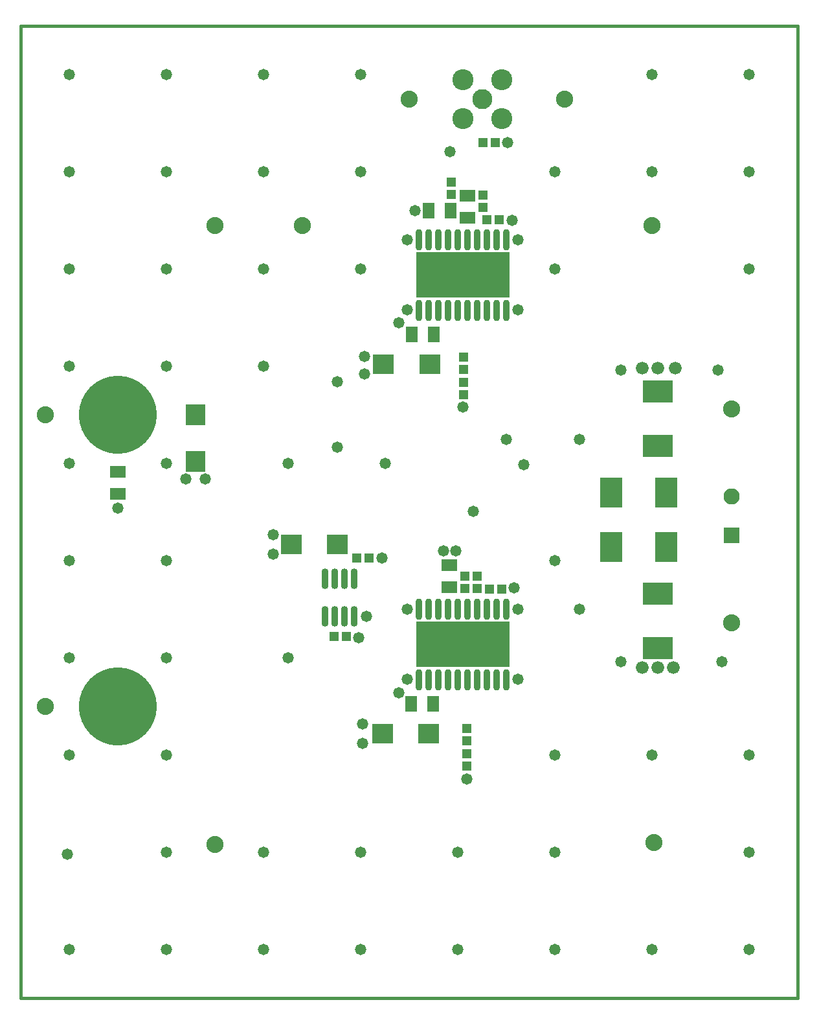
<source format=gts>
%FSLAX24Y24*%
%MOIN*%
G70*
G01*
G75*
G04 Layer_Color=8388736*
%ADD10R,0.0374X0.0394*%
%ADD11R,0.0512X0.0728*%
%ADD12R,0.0394X0.0374*%
%ADD13R,0.0728X0.0512*%
%ADD14R,0.1004X0.0965*%
%ADD15O,0.0276X0.1024*%
%ADD16R,0.4760X0.2250*%
%ADD17R,0.0965X0.1004*%
%ADD18R,0.1100X0.1500*%
%ADD19R,0.1500X0.1100*%
%ADD20O,0.0276X0.0984*%
%ADD21C,0.0250*%
%ADD22C,0.0500*%
%ADD23C,0.1000*%
%ADD24C,0.2000*%
%ADD25C,0.1500*%
%ADD26C,0.0800*%
%ADD27C,0.3937*%
%ADD28C,0.0748*%
%ADD29R,0.0750X0.0750*%
%ADD30C,0.1000*%
%ADD31C,0.0950*%
%ADD32C,0.0500*%
%ADD33C,0.0400*%
%ADD34C,0.0250*%
%ADD35C,0.0580*%
%ADD36C,0.0070*%
%ADD37C,0.0098*%
%ADD38C,0.0236*%
%ADD39C,0.0098*%
%ADD40C,0.0150*%
%ADD41C,0.0079*%
%ADD42C,0.0100*%
%ADD43C,0.0200*%
%ADD44R,0.0200X0.2470*%
%ADD45R,0.2470X0.0200*%
%ADD46R,0.0454X0.0474*%
%ADD47R,0.0592X0.0808*%
%ADD48R,0.0474X0.0454*%
%ADD49R,0.0808X0.0592*%
%ADD50R,0.1084X0.1045*%
%ADD51O,0.0356X0.1104*%
%ADD52R,0.4840X0.2330*%
%ADD53R,0.1045X0.1084*%
%ADD54R,0.1180X0.1580*%
%ADD55R,0.1580X0.1180*%
%ADD56O,0.0356X0.1064*%
%ADD57C,0.0880*%
%ADD58C,0.4017*%
%ADD59C,0.0828*%
%ADD60R,0.0830X0.0830*%
%ADD61C,0.1080*%
%ADD62C,0.1030*%
%ADD63C,0.0480*%
%ADD64C,0.0330*%
%ADD65C,0.0660*%
D35*
X25400Y21100D02*
D03*
X20300Y40500D02*
D03*
X25600Y16400D02*
D03*
Y20000D02*
D03*
X19900D02*
D03*
X22950Y11265D02*
D03*
X17600Y13100D02*
D03*
Y14100D02*
D03*
X17400Y18550D02*
D03*
X17800Y19650D02*
D03*
X19900Y16400D02*
D03*
X18600Y22650D02*
D03*
X22750Y30415D02*
D03*
X25600Y35400D02*
D03*
X25300Y40000D02*
D03*
X25600Y39000D02*
D03*
X17700Y32100D02*
D03*
Y33000D02*
D03*
X19900Y35400D02*
D03*
Y39000D02*
D03*
X9500Y26700D02*
D03*
X8500D02*
D03*
X13000Y22850D02*
D03*
Y23850D02*
D03*
X5000Y25200D02*
D03*
X37500Y42500D02*
D03*
Y37500D02*
D03*
X35900Y32300D02*
D03*
X36100Y17300D02*
D03*
X37500Y12500D02*
D03*
Y7500D02*
D03*
Y2500D02*
D03*
X32500Y42500D02*
D03*
X30900Y32300D02*
D03*
Y17300D02*
D03*
X32500Y12500D02*
D03*
Y2500D02*
D03*
X27500Y42500D02*
D03*
Y37500D02*
D03*
Y22500D02*
D03*
Y12500D02*
D03*
Y7500D02*
D03*
Y2500D02*
D03*
X22100Y43550D02*
D03*
X22500Y7500D02*
D03*
Y2500D02*
D03*
X17500Y42500D02*
D03*
Y37500D02*
D03*
Y7500D02*
D03*
Y2500D02*
D03*
X12500Y42500D02*
D03*
Y37500D02*
D03*
Y7500D02*
D03*
Y2500D02*
D03*
X7500Y42500D02*
D03*
Y37500D02*
D03*
Y32500D02*
D03*
Y27500D02*
D03*
Y22500D02*
D03*
Y17500D02*
D03*
Y12500D02*
D03*
Y7500D02*
D03*
Y2500D02*
D03*
X2500D02*
D03*
Y12500D02*
D03*
X2400Y7400D02*
D03*
X2500Y17500D02*
D03*
Y22500D02*
D03*
Y27500D02*
D03*
Y32500D02*
D03*
Y37500D02*
D03*
Y42500D02*
D03*
X37500Y47500D02*
D03*
X32500D02*
D03*
X17500D02*
D03*
X12500D02*
D03*
X7500D02*
D03*
X2500D02*
D03*
X18750Y27500D02*
D03*
X13750D02*
D03*
Y17500D02*
D03*
X25000Y28750D02*
D03*
X28750D02*
D03*
X12500Y32500D02*
D03*
X25050Y44000D02*
D03*
X25900Y27450D02*
D03*
X23300Y25050D02*
D03*
X16300Y31700D02*
D03*
Y28350D02*
D03*
X19450Y15700D02*
D03*
Y34750D02*
D03*
X22400Y23000D02*
D03*
X21750D02*
D03*
X28750Y20000D02*
D03*
D40*
X40000Y0D02*
Y50000D01*
X0D02*
X40000D01*
X0Y0D02*
Y50000D01*
Y0D02*
X40000D01*
D46*
X22850Y21085D02*
D03*
Y21715D02*
D03*
X23500Y21085D02*
D03*
Y21715D02*
D03*
X23800Y41315D02*
D03*
Y40685D02*
D03*
X22950Y13250D02*
D03*
Y13880D02*
D03*
Y12580D02*
D03*
Y11950D02*
D03*
X22800Y32350D02*
D03*
Y32980D02*
D03*
Y31680D02*
D03*
Y31050D02*
D03*
X22150Y41335D02*
D03*
Y41965D02*
D03*
D47*
X20079Y15150D02*
D03*
X21221D02*
D03*
X20129Y34150D02*
D03*
X21271D02*
D03*
X20979Y40500D02*
D03*
X22121D02*
D03*
D48*
X24765Y21050D02*
D03*
X24135D02*
D03*
X24615Y40050D02*
D03*
X23985D02*
D03*
X17285Y22650D02*
D03*
X17915D02*
D03*
X16135Y18600D02*
D03*
X16765D02*
D03*
X24415Y44000D02*
D03*
X23785D02*
D03*
D49*
X5000Y25929D02*
D03*
Y27071D02*
D03*
X22050Y22271D02*
D03*
Y21129D02*
D03*
X23000Y41271D02*
D03*
Y40129D02*
D03*
D50*
X20991Y13600D02*
D03*
X18609D02*
D03*
X16291Y23350D02*
D03*
X13909D02*
D03*
X21041Y32600D02*
D03*
X18659D02*
D03*
D51*
X25000Y39000D02*
D03*
X24500D02*
D03*
X24000D02*
D03*
X23500D02*
D03*
X23000D02*
D03*
X22500D02*
D03*
X22000D02*
D03*
X21500D02*
D03*
X21000D02*
D03*
X20500D02*
D03*
X25000Y35378D02*
D03*
X24500D02*
D03*
X24000D02*
D03*
X23500D02*
D03*
X23000D02*
D03*
X22500D02*
D03*
X22000D02*
D03*
X21500D02*
D03*
X21000D02*
D03*
X20500D02*
D03*
X25000Y20000D02*
D03*
X24500D02*
D03*
X24000D02*
D03*
X23500D02*
D03*
X23000D02*
D03*
X22500D02*
D03*
X22000D02*
D03*
X21500D02*
D03*
X21000D02*
D03*
X20500D02*
D03*
X25000Y16378D02*
D03*
X24500D02*
D03*
X24000D02*
D03*
X23500D02*
D03*
X23000D02*
D03*
X22500D02*
D03*
X22000D02*
D03*
X21500D02*
D03*
X21000D02*
D03*
X20500D02*
D03*
D52*
X22750Y37200D02*
D03*
Y18200D02*
D03*
D53*
X9000Y29991D02*
D03*
Y27609D02*
D03*
D54*
X33205Y26000D02*
D03*
X30395D02*
D03*
X33205Y23200D02*
D03*
X30395D02*
D03*
D55*
X32800Y17995D02*
D03*
Y20805D02*
D03*
Y31205D02*
D03*
Y28395D02*
D03*
D56*
X15650Y19635D02*
D03*
X16150D02*
D03*
X16650D02*
D03*
X17150D02*
D03*
X15650Y21565D02*
D03*
X16150D02*
D03*
X16650D02*
D03*
X17150D02*
D03*
D57*
X36600Y30300D02*
D03*
Y19300D02*
D03*
X10000Y39750D02*
D03*
X32600Y8000D02*
D03*
X32500Y39750D02*
D03*
X10000Y7900D02*
D03*
X14500Y39750D02*
D03*
X1250Y15000D02*
D03*
Y30000D02*
D03*
X20000Y46250D02*
D03*
X28000D02*
D03*
D58*
X5000Y15000D02*
D03*
Y30000D02*
D03*
D59*
X36600Y25800D02*
D03*
D60*
Y23800D02*
D03*
D61*
X22750Y45250D02*
D03*
X24750D02*
D03*
Y47250D02*
D03*
X22750D02*
D03*
D62*
X23750Y46250D02*
D03*
D63*
X24750Y36500D02*
D03*
Y37200D02*
D03*
Y37950D02*
D03*
X20750Y36500D02*
D03*
Y37200D02*
D03*
Y37950D02*
D03*
X24750Y17500D02*
D03*
Y18200D02*
D03*
Y18950D02*
D03*
X20750Y17500D02*
D03*
Y18200D02*
D03*
Y18950D02*
D03*
D64*
X22100Y36850D02*
D03*
Y37200D02*
D03*
Y37550D02*
D03*
X23400Y36850D02*
D03*
Y37200D02*
D03*
Y37550D02*
D03*
X23100Y36850D02*
D03*
X22750D02*
D03*
X22400D02*
D03*
Y37200D02*
D03*
Y37550D02*
D03*
X22750D02*
D03*
X23100D02*
D03*
Y37200D02*
D03*
X22750D02*
D03*
X22100Y17850D02*
D03*
Y18200D02*
D03*
Y18550D02*
D03*
X23400Y17850D02*
D03*
Y18200D02*
D03*
Y18550D02*
D03*
X23100Y17850D02*
D03*
X22750D02*
D03*
X22400D02*
D03*
Y18200D02*
D03*
Y18550D02*
D03*
X22750D02*
D03*
X23100D02*
D03*
Y18200D02*
D03*
X22750D02*
D03*
D65*
X32800Y17000D02*
D03*
X33600D02*
D03*
X32000D02*
D03*
X33700Y32400D02*
D03*
X32000D02*
D03*
X32800D02*
D03*
M02*

</source>
